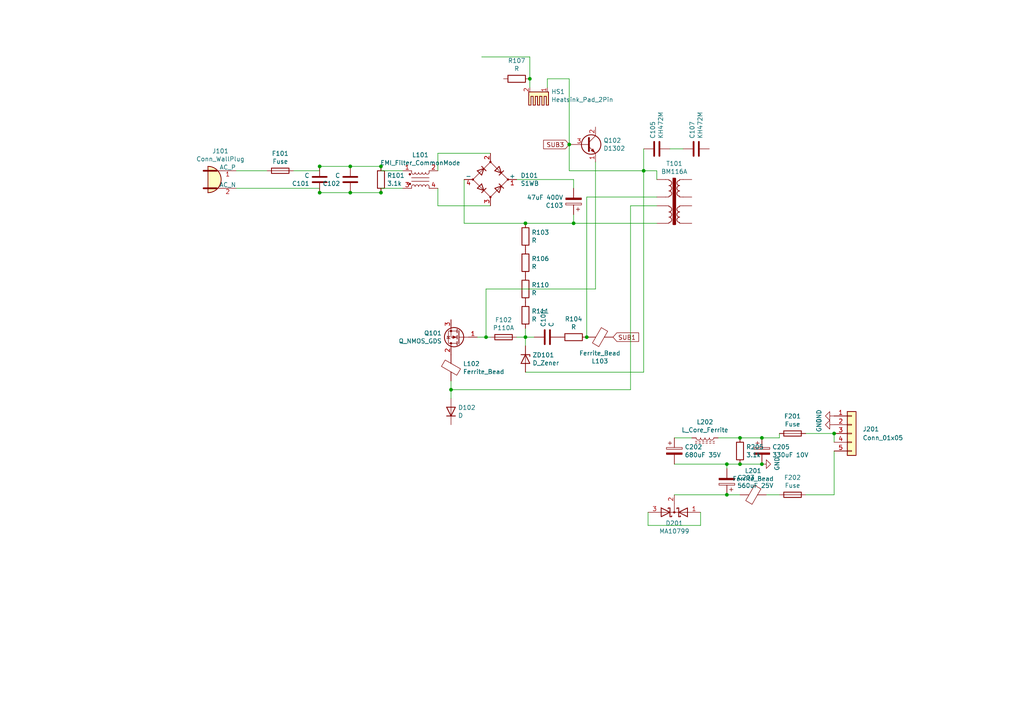
<source format=kicad_sch>
(kicad_sch (version 20230121) (generator eeschema)
  (paper "A4")
  (lib_symbols
    (symbol "Connector:Conn_WallPlug" (pin_names (offset 0))
      (property "Reference" "P" (at -1.27 4.445 0))
      (property "Value" "Conn_WallPlug" (at -5.715 0 90))
      (symbol "Conn_WallPlug_0_1"
        (arc (start -3.175 -3.81) (mid 0.6184 0) (end -3.175 3.81) (stroke (width 0.254)) (fill (type background)))
        (polyline (pts (xy -4.445 -2.54) (xy -0.635 -2.54)) (stroke (width 0.508)))
        (polyline (pts (xy -4.445 2.54) (xy -0.635 2.54)) (stroke (width 0.508)))
        (polyline (pts (xy -3.175 -3.81) (xy -3.175 3.81)) (stroke (width 0.254)))
        (polyline (pts (xy -0.635 -2.54) (xy 2.54 -2.54)))
        (polyline (pts (xy -0.635 2.54) (xy 2.54 2.54)))
      )
      (symbol "Conn_WallPlug_1_1"
        (pin power_out line (at 5.08 2.54 180) (length 5.08) (name "AC_P") (number "1"))
        (pin power_out line (at 5.08 -2.54 180) (length 5.08) (name "AC_N") (number "2"))
      )
    )
    (symbol "Connector_Generic:Conn_01x05" (pin_names (offset 1.016) hide)
      (property "Reference" "J" (at 0 7.62 0))
      (property "Value" "Conn_01x05" (at 0 -7.62 0))
      (symbol "Conn_01x05_1_1"
        (rectangle (start -1.27 -4.953) (end 0 -5.207) (stroke (width 0.1524)))
        (rectangle (start -1.27 -2.413) (end 0 -2.667) (stroke (width 0.1524)))
        (rectangle (start -1.27 0.127) (end 0 -0.127) (stroke (width 0.1524)))
        (rectangle (start -1.27 2.667) (end 0 2.413) (stroke (width 0.1524)))
        (rectangle (start -1.27 5.207) (end 0 4.953) (stroke (width 0.1524)))
        (rectangle (start -1.27 6.35) (end 1.27 -6.35) (stroke (width 0.254)) (fill (type background)))
        (pin passive line (at -5.08 5.08 0) (length 3.81) (name "Pin_1") (number "1"))
        (pin passive line (at -5.08 2.54 0) (length 3.81) (name "Pin_2") (number "2"))
        (pin passive line (at -5.08 0 0) (length 3.81) (name "Pin_3") (number "3"))
        (pin passive line (at -5.08 -2.54 0) (length 3.81) (name "Pin_4") (number "4"))
        (pin passive line (at -5.08 -5.08 0) (length 3.81) (name "Pin_5") (number "5"))
      )
    )
    (symbol "Device:C" (pin_numbers hide) (pin_names (offset 0.254))
      (property "Reference" "C" (at 0.635 2.54 0))
      (property "Value" "C" (at 0.635 -2.54 0))
      (symbol "C_0_1"
        (polyline (pts (xy -2.032 -0.762) (xy 2.032 -0.762)) (stroke (width 0.508)))
        (polyline (pts (xy -2.032 0.762) (xy 2.032 0.762)) (stroke (width 0.508)))
      )
      (symbol "C_1_1"
        (pin passive line (at 0 3.81 270) (length 2.794) (name "~") (number "1"))
        (pin passive line (at 0 -3.81 90) (length 2.794) (name "~") (number "2"))
      )
    )
    (symbol "Device:D" (pin_numbers hide) (pin_names (offset 1.016) hide)
      (property "Reference" "D" (at 0 2.54 0))
      (property "Value" "D" (at 0 -2.54 0))
      (symbol "D_0_1"
        (polyline (pts (xy -1.27 1.27) (xy -1.27 -1.27)) (stroke (width 0.254)))
        (polyline (pts (xy 1.27 0) (xy -1.27 0)))
        (polyline (pts (xy 1.27 1.27) (xy 1.27 -1.27) (xy -1.27 0) (xy 1.27 1.27)) (stroke (width 0.254)))
      )
      (symbol "D_1_1"
        (pin passive line (at -3.81 0 0) (length 2.54) (name "K") (number "1"))
        (pin passive line (at 3.81 0 180) (length 2.54) (name "A") (number "2"))
      )
    )
    (symbol "Device:D_Bridge_+AA-" (pin_names (offset 0))
      (property "Reference" "D" (at 2.54 6.985 0))
      (property "Value" "D_Bridge_+AA-" (at 2.54 5.08 0))
      (symbol "D_Bridge_+AA-_0_1"
        (circle (center -5.08 0) (radius 0.254) (fill (type outline)))
        (circle (center 0 -5.08) (radius 0.254) (fill (type outline)))
        (polyline (pts (xy -2.54 3.81) (xy -1.27 2.54)) (stroke (width 0.254)))
        (polyline (pts (xy -1.27 -2.54) (xy -2.54 -3.81)) (stroke (width 0.254)))
        (polyline (pts (xy 2.54 -1.27) (xy 3.81 -2.54)) (stroke (width 0.254)))
        (polyline (pts (xy 2.54 1.27) (xy 3.81 2.54)) (stroke (width 0.254)))
        (polyline (pts (xy -3.81 2.54) (xy -2.54 1.27) (xy -1.905 3.175) (xy -3.81 2.54)) (stroke (width 0.254)))
        (polyline (pts (xy -2.54 -1.27) (xy -3.81 -2.54) (xy -1.905 -3.175) (xy -2.54 -1.27)) (stroke (width 0.254)))
        (polyline (pts (xy 1.27 2.54) (xy 2.54 3.81) (xy 3.175 1.905) (xy 1.27 2.54)) (stroke (width 0.254)))
        (polyline (pts (xy 3.175 -1.905) (xy 1.27 -2.54) (xy 2.54 -3.81) (xy 3.175 -1.905)) (stroke (width 0.254)))
        (polyline (pts (xy -5.08 0) (xy 0 -5.08) (xy 5.08 0) (xy 0 5.08) (xy -5.08 0)))
        (circle (center 0 5.08) (radius 0.254) (fill (type outline)))
        (circle (center 5.08 0) (radius 0.254) (fill (type outline)))
      )
      (symbol "D_Bridge_+AA-_1_1"
        (pin passive line (at 7.62 0 180) (length 2.54) (name "+") (number "1"))
        (pin passive line (at 0 7.62 270) (length 2.54) (name "~") (number "2"))
        (pin passive line (at 0 -7.62 90) (length 2.54) (name "~") (number "3"))
        (pin passive line (at -7.62 0 0) (length 2.54) (name "-") (number "4"))
      )
    )
    (symbol "Device:D_Zener" (pin_numbers hide) (pin_names (offset 1.016) hide)
      (property "Reference" "D" (at 0 2.54 0))
      (property "Value" "D_Zener" (at 0 -2.54 0))
      (symbol "D_Zener_0_1"
        (polyline (pts (xy 1.27 0) (xy -1.27 0)))
        (polyline (pts (xy -1.27 -1.27) (xy -1.27 1.27) (xy -0.762 1.27)) (stroke (width 0.254)))
        (polyline (pts (xy 1.27 -1.27) (xy 1.27 1.27) (xy -1.27 0) (xy 1.27 -1.27)) (stroke (width 0.254)))
      )
      (symbol "D_Zener_1_1"
        (pin passive line (at -3.81 0 0) (length 2.54) (name "K") (number "1"))
        (pin passive line (at 3.81 0 180) (length 2.54) (name "A") (number "2"))
      )
    )
    (symbol "Device:Fuse" (pin_numbers hide) (pin_names (offset 0))
      (property "Reference" "F" (at 2.032 0 90))
      (property "Value" "Fuse" (at -1.905 0 90))
      (symbol "Fuse_0_1"
        (rectangle (start -0.762 -2.54) (end 0.762 2.54) (stroke (width 0.254)))
        (polyline (pts (xy 0 2.54) (xy 0 -2.54)))
      )
      (symbol "Fuse_1_1"
        (pin passive line (at 0 3.81 270) (length 1.27) (name "~") (number "1"))
        (pin passive line (at 0 -3.81 90) (length 1.27) (name "~") (number "2"))
      )
    )
    (symbol "Device:Q_NMOS_GDS" (pin_names (offset 0) hide)
      (property "Reference" "Q" (at 5.08 1.27 0))
      (property "Value" "Q_NMOS_GDS" (at 5.08 -1.27 0))
      (symbol "Q_NMOS_GDS_0_1"
        (polyline (pts (xy 0.254 0) (xy -2.54 0)))
        (polyline (pts (xy 0.254 1.905) (xy 0.254 -1.905)) (stroke (width 0.254)))
        (polyline (pts (xy 0.762 -1.27) (xy 0.762 -2.286)) (stroke (width 0.254)))
        (polyline (pts (xy 0.762 0.508) (xy 0.762 -0.508)) (stroke (width 0.254)))
        (polyline (pts (xy 0.762 2.286) (xy 0.762 1.27)) (stroke (width 0.254)))
        (polyline (pts (xy 2.54 2.54) (xy 2.54 1.778)))
        (polyline (pts (xy 2.54 -2.54) (xy 2.54 0) (xy 0.762 0)))
        (polyline (pts (xy 0.762 -1.778) (xy 3.302 -1.778) (xy 3.302 1.778) (xy 0.762 1.778)))
        (polyline (pts (xy 1.016 0) (xy 2.032 0.381) (xy 2.032 -0.381) (xy 1.016 0)) (fill (type outline)))
        (polyline (pts (xy 2.794 0.508) (xy 2.921 0.381) (xy 3.683 0.381) (xy 3.81 0.254)))
        (polyline (pts (xy 3.302 0.381) (xy 2.921 -0.254) (xy 3.683 -0.254) (xy 3.302 0.381)))
        (circle (center 1.651 0) (radius 2.794) (stroke (width 0.254)))
        (circle (center 2.54 -1.778) (radius 0.254) (fill (type outline)))
        (circle (center 2.54 1.778) (radius 0.254) (fill (type outline)))
      )
      (symbol "Q_NMOS_GDS_1_1"
        (pin input line (at -5.08 0 0) (length 2.54) (name "G") (number "1"))
        (pin passive line (at 2.54 5.08 270) (length 2.54) (name "D") (number "2"))
        (pin passive line (at 2.54 -5.08 90) (length 2.54) (name "S") (number "3"))
      )
    )
    (symbol "Device:Q_NPN_ECB" (pin_names (offset 0) hide)
      (property "Reference" "Q" (at 5.08 1.27 0))
      (property "Value" "Q_NPN_ECB" (at 5.08 -1.27 0))
      (symbol "Q_NPN_ECB_0_1"
        (polyline (pts (xy 0.635 0.635) (xy 2.54 2.54)))
        (polyline (pts (xy 0.635 -0.635) (xy 2.54 -2.54) (xy 2.54 -2.54)))
        (polyline (pts (xy 0.635 1.905) (xy 0.635 -1.905) (xy 0.635 -1.905)) (stroke (width 0.508)))
        (polyline (pts (xy 1.27 -1.778) (xy 1.778 -1.27) (xy 2.286 -2.286) (xy 1.27 -1.778) (xy 1.27 -1.778)) (fill (type outline)))
        (circle (center 1.27 0) (radius 2.8194) (stroke (width 0.254)))
      )
      (symbol "Q_NPN_ECB_1_1"
        (pin passive line (at 2.54 -5.08 90) (length 2.54) (name "E") (number "1"))
        (pin passive line (at 2.54 5.08 270) (length 2.54) (name "C") (number "2"))
        (pin passive line (at -5.08 0 0) (length 5.715) (name "B") (number "3"))
      )
    )
    (symbol "Device:R" (pin_numbers hide) (pin_names (offset 0))
      (property "Reference" "R" (at 2.032 0 90))
      (property "Value" "R" (at 0 0 90))
      (symbol "R_0_1"
        (rectangle (start -1.016 -2.54) (end 1.016 2.54) (stroke (width 0.254)))
      )
      (symbol "R_1_1"
        (pin passive line (at 0 3.81 270) (length 1.27) (name "~") (number "1"))
        (pin passive line (at 0 -3.81 90) (length 1.27) (name "~") (number "2"))
      )
    )
    (symbol "Mechanical:Heatsink_Pad_2Pin" (pin_names (offset 0))
      (property "Reference" "HS" (at 0 5.715 0))
      (property "Value" "Heatsink_Pad_2Pin" (at 0 3.81 0))
      (symbol "Heatsink_Pad_2Pin_0_1"
        (polyline (pts (xy -0.3302 0) (xy -0.9652 0) (xy -0.9652 2.54) (xy -1.6002 2.54) (xy -1.6002 0) (xy -2.2352 0) (xy -2.2352 2.54) (xy -2.8702 2.54) (xy -2.8702 -1.27) (xy -0.9652 -1.27)) (stroke (width 0.254)) (fill (type background)))
        (polyline (pts (xy -0.3302 0) (xy -0.3302 2.54) (xy 0.3048 2.54) (xy 0.3048 0) (xy 0.9398 0) (xy 0.9398 2.54) (xy 1.5748 2.54) (xy 1.5748 0) (xy 2.2098 0) (xy 2.2098 2.54) (xy 2.8448 2.54) (xy 2.8448 -1.27) (xy -0.9652 -1.27)) (stroke (width 0.254)) (fill (type background)))
      )
      (symbol "Heatsink_Pad_2Pin_1_1"
        (pin passive line (at -2.54 -2.54 90) (length 1.27) (name "~") (number "1"))
        (pin passive line (at 2.54 -2.54 90) (length 1.27) (name "~") (number "2"))
      )
    )
    (symbol "Transformer:TRANSF6" (pin_numbers hide) (pin_names (offset 0))
      (property "Reference" "TR" (at 0 10.16 0))
      (property "Value" "TRANSF6" (at 0 -7.62 0))
      (symbol "TRANSF6_0_1"
        (arc (start -1.524 -4.826) (mid -0.7653 -4.064) (end -1.524 -3.302) (stroke (width 0.2032)))
        (arc (start -1.524 -3.302) (mid -0.7653 -2.54) (end -1.524 -1.778) (stroke (width 0.2032)))
        (arc (start -1.524 -1.778) (mid -0.7653 -1.016) (end -1.524 -0.254) (stroke (width 0.2032)))
        (arc (start -1.524 2.794) (mid -0.7653 3.556) (end -1.524 4.318) (stroke (width 0.2032)))
        (arc (start -1.524 4.318) (mid -0.7653 5.08) (end -1.524 5.842) (stroke (width 0.2032)))
        (arc (start -1.524 5.842) (mid -0.7653 6.604) (end -1.524 7.366) (stroke (width 0.2032)))
        (rectangle (start -0.254 7.874) (end 0.254 -5.334) (stroke (width 0.508)) (fill (type outline)))
        (polyline (pts (xy 1.524 -4.826) (xy 1.524 -5.08) (xy 1.524 -5.08)) (fill (type outline)))
        (polyline (pts (xy 1.524 0) (xy 1.524 -0.254) (xy 1.524 -0.254)) (fill (type outline)))
        (polyline (pts (xy 1.524 0) (xy 2.54 0) (xy 2.54 0)))
        (polyline (pts (xy 1.524 2.54) (xy 1.524 2.794) (xy 1.524 2.794)) (fill (type outline)))
        (polyline (pts (xy 1.524 2.54) (xy 2.54 2.54) (xy 2.54 2.54)))
        (polyline (pts (xy 1.524 7.62) (xy 1.524 7.366) (xy 1.524 7.366)) (fill (type outline)))
        (polyline (pts (xy 1.524 7.62) (xy 2.54 7.62) (xy 2.54 7.62)))
        (polyline (pts (xy 2.54 -5.08) (xy 1.524 -5.08) (xy 1.524 -5.08)))
        (polyline (pts (xy -1.524 -4.826) (xy -1.524 -5.08) (xy -2.54 -5.08) (xy -2.54 -5.08)))
        (polyline (pts (xy -1.524 -0.254) (xy -1.524 0) (xy -2.54 0) (xy -2.54 0)))
        (polyline (pts (xy -1.524 2.794) (xy -1.524 2.54) (xy -2.54 2.54) (xy -2.54 2.54)))
        (polyline (pts (xy -1.524 7.366) (xy -1.524 7.62) (xy -2.54 7.62) (xy -2.54 7.62)))
        (arc (start 1.524 -3.302) (mid 0.7653 -4.064) (end 1.524 -4.826) (stroke (width 0.2032)))
        (arc (start 1.524 -1.778) (mid 0.7653 -2.54) (end 1.524 -3.302) (stroke (width 0.2032)))
        (arc (start 1.524 -0.254) (mid 0.7653 -1.016) (end 1.524 -1.778) (stroke (width 0.2032)))
        (arc (start 1.524 4.318) (mid 0.7653 3.556) (end 1.524 2.794) (stroke (width 0.2032)))
        (arc (start 1.524 5.842) (mid 0.7653 5.08) (end 1.524 4.318) (stroke (width 0.2032)))
        (arc (start 1.524 7.366) (mid 0.7653 6.604) (end 1.524 5.842) (stroke (width 0.2032)))
      )
      (symbol "TRANSF6_1_1"
        (pin passive line (at -5.08 7.62 0) (length 2.54) (name "~") (number "1"))
        (pin passive line (at -5.08 2.54 0) (length 2.54) (name "~") (number "2"))
        (pin passive line (at -5.08 0 0) (length 2.54) (name "~") (number "3"))
        (pin passive line (at -5.08 -5.08 0) (length 2.54) (name "~") (number "4"))
        (pin passive line (at 5.08 -5.08 180) (length 2.54) (name "~") (number "5"))
        (pin passive line (at 5.08 0 180) (length 2.54) (name "~") (number "6"))
        (pin passive line (at 5.08 2.54 180) (length 2.54) (name "~") (number "7"))
        (pin passive line (at 5.08 7.62 180) (length 2.54) (name "~") (number "8"))
      )
    )
    (symbol "nus-002-rescue:CP-Device" (pin_numbers hide) (pin_names (offset 0.254))
      (property "Reference" "C" (at 0.635 2.54 0))
      (property "Value" "Device_CP" (at 0.635 -2.54 0))
      (symbol "CP-Device_0_1"
        (rectangle (start -2.286 0.508) (end 2.286 1.016))
        (polyline (pts (xy -1.778 2.286) (xy -0.762 2.286)))
        (polyline (pts (xy -1.27 2.794) (xy -1.27 1.778)))
        (rectangle (start 2.286 -0.508) (end -2.286 -1.016) (fill (type outline)))
      )
      (symbol "CP-Device_1_1"
        (pin passive line (at 0 3.81 270) (length 2.794) (name "~") (number "1"))
        (pin passive line (at 0 -3.81 90) (length 2.794) (name "~") (number "2"))
      )
    )
    (symbol "nus-002-rescue:D_Schottky_x2_KCom_AKA-Device" (pin_names (offset 0.762) hide)
      (property "Reference" "D" (at 1.27 -2.54 0))
      (property "Value" "Device_D_Schottky_x2_KCom_AKA" (at 0 2.54 0))
      (symbol "D_Schottky_x2_KCom_AKA-Device_0_1"
        (polyline (pts (xy 0 0) (xy 0 -2.54)))
        (polyline (pts (xy 3.81 0) (xy -3.81 0)))
        (polyline (pts (xy -1.27 -1.27) (xy -1.27 1.27) (xy -1.27 1.27)) (stroke (width 0.254)))
        (polyline (pts (xy 1.27 -1.27) (xy 1.27 1.27) (xy 1.27 1.27)) (stroke (width 0.254)))
        (polyline (pts (xy -1.27 -1.27) (xy -0.762 -1.27) (xy -0.762 -1.016) (xy -0.762 -1.016)) (stroke (width 0.254)))
        (polyline (pts (xy 1.27 -1.27) (xy 1.778 -1.27) (xy 1.778 -1.016) (xy 1.778 -1.016)) (stroke (width 0.254)))
        (polyline (pts (xy 1.27 1.27) (xy 0.762 1.27) (xy 0.762 1.016) (xy 0.762 1.016)) (stroke (width 0.254)))
        (polyline (pts (xy -1.778 1.016) (xy -1.778 1.27) (xy -1.27 1.27) (xy -1.27 1.27) (xy -1.27 1.27)) (stroke (width 0.254)))
        (polyline (pts (xy -3.81 1.27) (xy -1.27 0) (xy -3.81 -1.27) (xy -3.81 1.27) (xy -3.81 1.27) (xy -3.81 1.27)) (stroke (width 0.254)))
        (polyline (pts (xy 3.81 -1.27) (xy 1.27 0) (xy 3.81 1.27) (xy 3.81 -1.27) (xy 3.81 -1.27) (xy 3.81 -1.27)) (stroke (width 0.254)))
        (circle (center 0 0) (radius 0.254) (fill (type outline)))
        (pin passive line (at -7.62 0 0) (length 3.81) (name "A") (number "1"))
        (pin passive line (at 0 -5.08 90) (length 2.54) (name "K") (number "2"))
        (pin passive line (at 7.62 0 180) (length 3.81) (name "A") (number "3"))
      )
    )
    (symbol "nus-002-rescue:EMI_Filter_CommonMode-Device" (pin_names (offset 0.254) hide)
      (property "Reference" "FL" (at 0 4.445 0))
      (property "Value" "Device_EMI_Filter_CommonMode" (at 0 -4.445 0))
      (symbol "EMI_Filter_CommonMode-Device_0_1"
        (circle (center -3.048 -1.27) (radius 0.254) (fill (type outline)))
        (circle (center -3.048 1.524) (radius 0.254) (fill (type outline)))
        (arc (start -2.54 2.032) (mid -2.032 1.5262) (end -1.524 2.032))
        (arc (start -1.524 -2.032) (mid -2.032 -1.5262) (end -2.54 -2.032))
        (arc (start -1.524 2.032) (mid -1.016 1.5262) (end -0.508 2.032))
        (arc (start -0.508 -2.032) (mid -1.016 -1.5262) (end -1.524 -2.032))
        (arc (start -0.508 2.032) (mid 0 1.5262) (end 0.508 2.032))
        (polyline (pts (xy -2.54 -2.032) (xy -2.54 -2.54)))
        (polyline (pts (xy -2.54 0.508) (xy 2.54 0.508)))
        (polyline (pts (xy -2.54 2.032) (xy -2.54 2.54)))
        (polyline (pts (xy 2.54 -2.032) (xy 2.54 -2.54)))
        (polyline (pts (xy 2.54 -0.508) (xy -2.54 -0.508)))
        (polyline (pts (xy 2.54 2.54) (xy 2.54 2.032)))
        (arc (start 0.508 -2.032) (mid 0 -1.5262) (end -0.508 -2.032))
        (arc (start 0.508 2.032) (mid 1.016 1.5262) (end 1.524 2.032))
        (arc (start 1.524 -2.032) (mid 1.016 -1.5262) (end 0.508 -2.032))
        (arc (start 1.524 2.032) (mid 2.032 1.5262) (end 2.54 2.032))
        (arc (start 2.54 -2.032) (mid 2.032 -1.5262) (end 1.524 -2.032))
      )
      (symbol "EMI_Filter_CommonMode-Device_1_1"
        (pin passive line (at -5.08 2.54 0) (length 2.54) (name "1") (number "1"))
        (pin passive line (at 5.08 2.54 180) (length 2.54) (name "2") (number "2"))
        (pin passive line (at -5.08 -2.54 0) (length 2.54) (name "3") (number "3"))
        (pin passive line (at 5.08 -2.54 180) (length 2.54) (name "4") (number "4"))
      )
    )
    (symbol "nus-002-rescue:Ferrite_Bead-Device" (pin_numbers hide) (pin_names (offset 0))
      (property "Reference" "FB" (at -3.81 0.635 90))
      (property "Value" "Device_Ferrite_Bead" (at 3.81 0 90))
      (symbol "Ferrite_Bead-Device_0_1"
        (polyline (pts (xy 0 -1.27) (xy 0 -1.2192)))
        (polyline (pts (xy 0 1.27) (xy 0 1.2954)))
        (polyline (pts (xy -2.7686 0.4064) (xy -1.7018 2.2606) (xy 2.7686 -0.3048) (xy 1.6764 -2.159) (xy -2.7686 0.4064)))
      )
      (symbol "Ferrite_Bead-Device_1_1"
        (pin passive line (at 0 3.81 270) (length 2.54) (name "~") (number "1"))
        (pin passive line (at 0 -3.81 90) (length 2.54) (name "~") (number "2"))
      )
    )
    (symbol "nus-002-rescue:L_Core_Ferrite-Device" (pin_numbers hide) (pin_names (offset 1.016) hide)
      (property "Reference" "L" (at -1.27 0 90))
      (property "Value" "Device_L_Core_Ferrite" (at 2.794 0 90))
      (symbol "L_Core_Ferrite-Device_0_1"
        (arc (start 0 -2.54) (mid 0.6323 -1.905) (end 0 -1.27))
        (arc (start 0 -1.27) (mid 0.6323 -0.635) (end 0 0))
        (polyline (pts (xy 1.016 -2.794) (xy 1.016 -2.286)))
        (polyline (pts (xy 1.016 -1.778) (xy 1.016 -1.27)))
        (polyline (pts (xy 1.016 -0.762) (xy 1.016 -0.254)))
        (polyline (pts (xy 1.016 0.254) (xy 1.016 0.762)))
        (polyline (pts (xy 1.016 1.27) (xy 1.016 1.778)))
        (polyline (pts (xy 1.016 2.286) (xy 1.016 2.794)))
        (polyline (pts (xy 1.524 -2.286) (xy 1.524 -2.794)))
        (polyline (pts (xy 1.524 -1.27) (xy 1.524 -1.778)))
        (polyline (pts (xy 1.524 -0.254) (xy 1.524 -0.762)))
        (polyline (pts (xy 1.524 0.762) (xy 1.524 0.254)))
        (polyline (pts (xy 1.524 1.778) (xy 1.524 1.27)))
        (polyline (pts (xy 1.524 2.794) (xy 1.524 2.286)))
        (arc (start 0 0) (mid 0.6323 0.635) (end 0 1.27))
        (arc (start 0 1.27) (mid 0.6323 1.905) (end 0 2.54))
      )
      (symbol "L_Core_Ferrite-Device_1_1"
        (pin passive line (at 0 3.81 270) (length 1.27) (name "1") (number "1"))
        (pin passive line (at 0 -3.81 90) (length 1.27) (name "2") (number "2"))
      )
    )
    (symbol "power:GND" (power) (pin_names (offset 0))
      (property "Value" "GND" (at 0 -3.81 0))
      (symbol "GND_0_1"
        (polyline (pts (xy 0 0) (xy 0 -1.27) (xy 1.27 -1.27) (xy 0 -2.54) (xy -1.27 -1.27) (xy 0 -1.27)))
      )
      (symbol "GND_1_1"
        (pin power_in line (at 0 0 270) (length 0) hide (name "GND") (number "1"))
      )
    )
  )
  (junction (at 140.97 97.79))
  (junction (at 166.37 64.77))
  (junction (at 210.82 143.51))
  (junction (at 110.49 48.26))
  (junction (at 220.98 127))
  (junction (at 101.6 55.88))
  (junction (at 152.4 64.77))
  (junction (at 241.935 125.73))
  (junction (at 170.18 97.79))
  (junction (at 92.71 48.26))
  (junction (at 153.67 22.86))
  (junction (at 101.6 48.26))
  (junction (at 210.82 134.62))
  (junction (at 130.81 113.03))
  (junction (at 152.4 97.79))
  (junction (at 220.98 134.62))
  (junction (at 214.63 134.62))
  (junction (at 92.71 55.88))
  (junction (at 110.49 55.88))
  (junction (at 214.63 127))
  (junction (at 165.1 41.91))
  (junction (at 186.69 49.53))
  (wire (pts (xy 170.18 57.15) (xy 190.5 57.15)))
  (wire (pts (xy 127 59.69) (xy 127 54.61)))
  (wire (pts (xy 166.37 64.77) (xy 166.37 62.23)))
  (wire (pts (xy 149.86 52.07) (xy 166.37 52.07)))
  (wire (pts (xy 172.72 83.82) (xy 172.72 46.99)))
  (wire (pts (xy 187.96 152.4) (xy 187.96 148.59)))
  (wire (pts (xy 186.69 107.95) (xy 186.69 49.53)))
  (wire (pts (xy 152.4 97.79) (xy 152.4 95.25)))
  (wire (pts (xy 233.68 125.73) (xy 241.935 125.73)))
  (wire (pts (xy 165.1 49.53) (xy 186.69 49.53)))
  (wire (pts (xy 68.58 49.53) (xy 77.47 49.53)))
  (wire (pts (xy 101.6 55.88) (xy 110.49 55.88)))
  (wire (pts (xy 134.62 52.07) (xy 134.62 64.77)))
  (wire (pts (xy 195.58 134.62) (xy 210.82 134.62)))
  (wire (pts (xy 149.86 97.79) (xy 152.4 97.79)))
  (wire (pts (xy 127 49.53) (xy 127 44.45)))
  (wire (pts (xy 110.49 54.61) (xy 110.49 55.88)))
  (wire (pts (xy 203.2 152.4) (xy 187.96 152.4)))
  (wire (pts (xy 154.94 97.79) (xy 152.4 97.79)))
  (wire (pts (xy 127 44.45) (xy 142.24 44.45)))
  (wire (pts (xy 158.75 22.86) (xy 158.75 25.4)))
  (wire (pts (xy 92.71 48.26) (xy 101.6 48.26)))
  (wire (pts (xy 152.4 107.95) (xy 186.69 107.95)))
  (wire (pts (xy 182.88 113.03) (xy 182.88 59.69)))
  (wire (pts (xy 208.28 127) (xy 214.63 127)))
  (wire (pts (xy 68.58 54.61) (xy 92.71 54.61)))
  (wire (pts (xy 241.935 125.73) (xy 241.935 128.27)))
  (wire (pts (xy 195.58 127) (xy 200.66 127)))
  (wire (pts (xy 210.82 135.89) (xy 210.82 134.62)))
  (wire (pts (xy 130.81 110.49) (xy 130.81 113.03)))
  (wire (pts (xy 214.63 127) (xy 220.98 127)))
  (wire (pts (xy 140.97 83.82) (xy 172.72 83.82)))
  (wire (pts (xy 142.24 97.79) (xy 140.97 97.79)))
  (wire (pts (xy 152.4 64.77) (xy 166.37 64.77)))
  (wire (pts (xy 92.71 55.88) (xy 101.6 55.88)))
  (wire (pts (xy 166.37 54.61) (xy 166.37 52.07)))
  (wire (pts (xy 134.62 64.77) (xy 152.4 64.77)))
  (wire (pts (xy 101.6 48.26) (xy 110.49 48.26)))
  (wire (pts (xy 116.84 49.53) (xy 110.49 49.53)))
  (wire (pts (xy 92.71 54.61) (xy 92.71 55.88)))
  (wire (pts (xy 92.71 49.53) (xy 92.71 48.26)))
  (wire (pts (xy 153.67 22.86) (xy 153.67 16.51)))
  (wire (pts (xy 203.2 148.59) (xy 203.2 152.4)))
  (wire (pts (xy 186.69 49.53) (xy 186.69 43.18)))
  (wire (pts (xy 165.1 41.91) (xy 165.1 49.53)))
  (wire (pts (xy 166.37 64.77) (xy 190.5 64.77)))
  (wire (pts (xy 110.49 49.53) (xy 110.49 48.26)))
  (wire (pts (xy 233.68 143.51) (xy 241.935 143.51)))
  (wire (pts (xy 241.935 130.81) (xy 241.935 143.51)))
  (wire (pts (xy 198.12 43.18) (xy 194.31 43.18)))
  (wire (pts (xy 140.97 97.79) (xy 140.97 83.82)))
  (wire (pts (xy 130.81 113.03) (xy 130.81 115.57)))
  (wire (pts (xy 165.1 22.86) (xy 165.1 41.91)))
  (wire (pts (xy 116.84 54.61) (xy 110.49 54.61)))
  (wire (pts (xy 226.06 125.73) (xy 226.06 127)))
  (wire (pts (xy 142.24 59.69) (xy 127 59.69)))
  (wire (pts (xy 195.58 143.51) (xy 210.82 143.51)))
  (wire (pts (xy 158.75 22.86) (xy 165.1 22.86)))
  (wire (pts (xy 186.69 49.53) (xy 190.5 49.53)))
  (wire (pts (xy 182.88 113.03) (xy 130.81 113.03)))
  (wire (pts (xy 170.18 97.79) (xy 170.18 57.15)))
  (wire (pts (xy 182.88 59.69) (xy 190.5 59.69)))
  (wire (pts (xy 152.4 100.33) (xy 152.4 97.79)))
  (wire (pts (xy 190.5 49.53) (xy 190.5 52.07)))
  (wire (pts (xy 214.63 143.51) (xy 210.82 143.51)))
  (wire (pts (xy 214.63 134.62) (xy 220.98 134.62)))
  (wire (pts (xy 140.97 97.79) (xy 138.43 97.79)))
  (wire (pts (xy 210.82 134.62) (xy 214.63 134.62)))
  (wire (pts (xy 226.06 127) (xy 220.98 127)))
  (wire (pts (xy 153.67 25.4) (xy 153.67 22.86)))
  (wire (pts (xy 153.67 16.51) (xy 139.7 16.51)))
  (wire (pts (xy 226.06 143.51) (xy 222.25 143.51)))
  (wire (pts (xy 85.09 49.53) (xy 92.71 49.53)))
  (global_label "SUB1" (shape input) (at 177.8 97.79 0) (property "Intersheetrefs" "${INTERSHEET_REFS}" (effects hide)))
  (global_label "SUB3" (shape input) (at 165.1 41.91 180) (property "Intersheetrefs" "${INTERSHEET_REFS}" (effects hide)))
  (symbol (lib_id "Connector:Conn_WallPlug") (at 63.5 52.07 0) (unit 1)
    (property "Reference" "J101" (at 63.9318 43.815 0))
    (property "Value" "Conn_WallPlug" (at 63.9318 46.1264 0))
    (property "Footprint" "Connector_JST:JST_VH_B2P3-VH_1x02_P7.92mm_Vertical" (effects hide))
  )
  (symbol (lib_id "Device:Fuse") (at 81.28 49.53 270) (unit 1)
    (property "Reference" "F101" (at 81.28 44.5262 90))
    (property "Value" "Fuse" (at 81.28 46.8376 90))
    (property "Footprint" "Inductor_THT:L_Radial_D7.5mm_P3.50mm_Fastron_07P" (effects hide))
  )
  (symbol (lib_id "Device:C") (at 92.71 52.07 180) (unit 1)
    (property "Reference" "C101" (at 89.789 53.2384 0) (effects (justify left)))
    (property "Value" "C" (at 89.789 50.927 0) (effects (justify left)))
    (property "Footprint" "Capacitor_THT:C_Rect_L16.5mm_W5.0mm_P15.00mm_MKT" (effects hide))
  )
  (symbol (lib_id "Device:C") (at 101.6 52.07 180) (unit 1)
    (property "Reference" "C102" (at 98.679 53.2384 0) (effects (justify left)))
    (property "Value" "C" (at 98.679 50.927 0) (effects (justify left)))
    (property "Footprint" "Capacitor_THT:C_Disc_D9.0mm_W5.0mm_P7.50mm" (effects hide))
  )
  (symbol (lib_id "nus-002-rescue:EMI_Filter_CommonMode-Device") (at 121.92 52.07 0) (unit 1)
    (property "Reference" "L101" (at 121.92 44.9326 0))
    (property "Value" "EMI_Filter_CommonMode" (at 121.92 47.244 0))
    (property "Footprint" "Inductor_THT:Choke_Schaffner_RN102-04-14.0x14.0mm" (effects hide))
  )
  (symbol (lib_id "Device:R") (at 110.49 52.07 0) (unit 1)
    (property "Reference" "R101" (at 112.268 50.9016 0) (effects (justify left)))
    (property "Value" "3.1k" (at 112.268 53.213 0) (effects (justify left)))
    (property "Footprint" "Resistor_THT:R_Axial_DIN0207_L6.3mm_D2.5mm_P10.16mm_Horizontal" (effects hide))
  )
  (symbol (lib_id "Device:D_Bridge_+AA-") (at 142.24 52.07 0) (unit 1)
    (property "Reference" "D101" (at 150.9776 50.9016 0) (effects (justify left)))
    (property "Value" "S1WB" (at 150.9776 53.213 0) (effects (justify left)))
    (property "Footprint" "Diode_THT:Diode_Bridge_DIP-4_W7.62mm_P5.08mm" (effects hide))
  )
  (symbol (lib_id "nus-002-rescue:CP-Device") (at 166.37 58.42 180) (unit 1)
    (property "Reference" "C103" (at 163.3728 59.5884 0) (effects (justify left)))
    (property "Value" "47uF 400V" (at 163.3728 57.277 0) (effects (justify left)))
    (property "Footprint" "Capacitor_THT:CP_Radial_D14.0mm_P7.50mm" (effects hide))
  )
  (symbol (lib_id "Device:Fuse") (at 229.87 125.73 270) (unit 1)
    (property "Reference" "F201" (at 229.87 120.7262 90))
    (property "Value" "Fuse" (at 229.87 123.0376 90))
    (property "Footprint" "Resistor_THT:R_Axial_DIN0207_L6.3mm_D2.5mm_P10.16mm_Horizontal" (effects hide))
  )
  (symbol (lib_id "Device:Fuse") (at 229.87 143.51 270) (unit 1)
    (property "Reference" "F202" (at 229.87 138.5062 90))
    (property "Value" "Fuse" (at 229.87 140.8176 90))
    (property "Footprint" "Resistor_THT:R_Axial_DIN0207_L6.3mm_D2.5mm_P10.16mm_Horizontal" (effects hide))
  )
  (symbol (lib_id "nus-002-rescue:CP-Device") (at 220.98 130.81 0) (unit 1)
    (property "Reference" "C205" (at 223.9772 129.6416 0) (effects (justify left)))
    (property "Value" "330uF 10V" (at 223.9772 131.953 0) (effects (justify left)))
    (property "Footprint" "Capacitor_THT:C_Radial_D6.3mm_H5.0mm_P2.50mm" (effects hide))
  )
  (symbol (lib_id "Device:R") (at 214.63 130.81 0) (unit 1)
    (property "Reference" "R205" (at 216.408 129.6416 0) (effects (justify left)))
    (property "Value" "3.1k" (at 216.408 131.953 0) (effects (justify left)))
    (property "Footprint" "Resistor_THT:R_Axial_DIN0204_L3.6mm_D1.6mm_P5.08mm_Horizontal" (effects hide))
  )
  (symbol (lib_id "nus-002-rescue:Ferrite_Bead-Device") (at 218.44 143.51 270) (unit 1)
    (property "Reference" "L201" (at 218.44 136.5504 90))
    (property "Value" "Ferrite_Bead" (at 218.44 138.8618 90))
    (property "Footprint" "Ferrite_THT:LairdTech_28C0236-0JW-10" (effects hide))
  )
  (symbol (lib_id "nus-002-rescue:CP-Device") (at 210.82 139.7 180) (unit 1)
    (property "Reference" "C203" (at 213.8172 138.5316 0) (effects (justify right)))
    (property "Value" "560uF 25V" (at 213.8172 140.843 0) (effects (justify right)))
    (property "Footprint" "Capacitor_THT:CP_Radial_D8.0mm_P5.00mm" (effects hide))
  )
  (symbol (lib_id "power:GND") (at 220.98 134.62 90) (unit 1)
    (property "Reference" "#PWR0101" (effects hide))
    (property "Value" "GND" (at 225.3742 134.493 0))
  )
  (symbol (lib_id "nus-002-rescue:L_Core_Ferrite-Device") (at 204.47 127 270) (unit 1)
    (property "Reference" "L202" (at 204.47 122.4026 90))
    (property "Value" "L_Core_Ferrite" (at 204.47 124.714 90))
    (property "Footprint" "Inductor_THT:L_Radial_D6.0mm_P4.00mm" (effects hide))
  )
  (symbol (lib_id "nus-002-rescue:CP-Device") (at 195.58 130.81 0) (unit 1)
    (property "Reference" "C202" (at 198.5772 129.6416 0) (effects (justify left)))
    (property "Value" "680uF 35V" (at 198.5772 131.953 0) (effects (justify left)))
    (property "Footprint" "Capacitor_THT:CP_Radial_D12.5mm_P5.00mm" (effects hide))
  )
  (symbol (lib_id "nus-002-rescue:D_Schottky_x2_KCom_AKA-Device") (at 195.58 148.59 180) (unit 1)
    (property "Reference" "D201" (at 195.58 151.765 0))
    (property "Value" "MA10799" (at 195.58 154.0764 0))
    (property "Footprint" "Package_TO_SOT_THT:TO-220-3_Vertical" (effects hide))
  )
  (symbol (lib_id "Device:C") (at 190.5 43.18 90) (unit 1)
    (property "Reference" "C105" (at 189.3316 40.259 0) (effects (justify left)))
    (property "Value" "KH472M" (at 191.643 40.259 0) (effects (justify left)))
    (property "Footprint" "Capacitor_THT:C_Disc_D9.0mm_W5.0mm_P7.50mm" (effects hide))
  )
  (symbol (lib_id "Device:C") (at 201.93 43.18 90) (unit 1)
    (property "Reference" "C107" (at 200.7616 40.259 0) (effects (justify left)))
    (property "Value" "KH472M" (at 203.073 40.259 0) (effects (justify left)))
  )
  (symbol (lib_id "Transformer:TRANSF6") (at 195.58 59.69 0) (unit 1)
    (property "Reference" "T101" (at 195.58 47.4472 0))
    (property "Value" "BM116A" (at 195.58 49.7586 0))
    (property "Footprint" "Transformer_THT:Transformer_Coilcraft_Q4434-B_Rhombus-T1311" (effects hide))
  )
  (symbol (lib_id "Device:R") (at 152.4 68.58 0) (unit 1)
    (property "Reference" "R103" (at 154.178 67.4116 0) (effects (justify left)))
    (property "Value" "R" (at 154.178 69.723 0) (effects (justify left)))
    (property "Footprint" "Resistor_THT:R_Axial_DIN0204_L3.6mm_D1.6mm_P5.08mm_Horizontal" (effects hide))
  )
  (symbol (lib_id "Device:R") (at 152.4 76.2 0) (unit 1)
    (property "Reference" "R106" (at 154.178 75.0316 0) (effects (justify left)))
    (property "Value" "R" (at 154.178 77.343 0) (effects (justify left)))
    (property "Footprint" "Resistor_THT:R_Axial_DIN0204_L3.6mm_D1.6mm_P5.08mm_Horizontal" (effects hide))
  )
  (symbol (lib_id "Device:R") (at 152.4 83.82 0) (unit 1)
    (property "Reference" "R110" (at 154.178 82.6516 0) (effects (justify left)))
    (property "Value" "R" (at 154.178 84.963 0) (effects (justify left)))
    (property "Footprint" "Resistor_THT:R_Axial_DIN0204_L3.6mm_D1.6mm_P5.08mm_Horizontal" (effects hide))
  )
  (symbol (lib_id "Mechanical:Heatsink_Pad_2Pin") (at 156.21 27.94 180) (unit 1)
    (property "Reference" "HS1" (at 159.8676 26.5938 0) (effects (justify right)))
    (property "Value" "Heatsink_Pad_2Pin" (at 159.8676 28.9052 0) (effects (justify right)))
  )
  (symbol (lib_id "Device:Fuse") (at 146.05 97.79 270) (unit 1)
    (property "Reference" "F102" (at 146.05 92.7862 90))
    (property "Value" "P110A" (at 146.05 95.0976 90))
  )
  (symbol (lib_id "Device:R") (at 152.4 91.44 0) (unit 1)
    (property "Reference" "R111" (at 154.178 90.2716 0) (effects (justify left)))
    (property "Value" "R" (at 154.178 92.583 0) (effects (justify left)))
    (property "Footprint" "Resistor_THT:R_Axial_DIN0204_L3.6mm_D1.6mm_P5.08mm_Horizontal" (effects hide))
  )
  (symbol (lib_id "Device:R") (at 149.86 22.86 270) (unit 1)
    (property "Reference" "R107" (at 149.86 17.6022 90))
    (property "Value" "R" (at 149.86 19.9136 90))
    (property "Footprint" "Resistor_THT:R_Axial_DIN0204_L3.6mm_D1.6mm_P5.08mm_Horizontal" (effects hide))
  )
  (symbol (lib_id "Device:Q_NPN_ECB") (at 170.18 41.91 0) (unit 1)
    (property "Reference" "Q102" (at 175.006 40.7416 0) (effects (justify left)))
    (property "Value" "D1302" (at 175.006 43.053 0) (effects (justify left)))
  )
  (symbol (lib_id "Device:D_Zener") (at 152.4 104.14 270) (unit 1)
    (property "Reference" "ZD101" (at 154.432 102.9716 90) (effects (justify left)))
    (property "Value" "D_Zener" (at 154.432 105.283 90) (effects (justify left)))
    (property "Footprint" "Package_TO_SOT_THT:TO-126-2_Vertical" (effects hide))
  )
  (symbol (lib_id "Device:C") (at 158.75 97.79 90) (unit 1)
    (property "Reference" "C106" (at 157.5816 94.869 0) (effects (justify left)))
    (property "Value" "C" (at 159.893 94.869 0) (effects (justify left)))
  )
  (symbol (lib_id "Device:R") (at 166.37 97.79 270) (unit 1)
    (property "Reference" "R104" (at 166.37 92.5322 90))
    (property "Value" "R" (at 166.37 94.8436 90))
    (property "Footprint" "Resistor_THT:R_Axial_DIN0204_L3.6mm_D1.6mm_P5.08mm_Horizontal" (effects hide))
  )
  (symbol (lib_id "nus-002-rescue:Ferrite_Bead-Device") (at 173.99 97.79 270) (unit 1)
    (property "Reference" "L103" (at 173.99 104.7496 90))
    (property "Value" "Ferrite_Bead" (at 173.99 102.4382 90))
    (property "Footprint" "Ferrite_THT:LairdTech_28C0236-0JW-10" (effects hide))
  )
  (symbol (lib_id "Device:Q_NMOS_GDS") (at 133.35 97.79 180) (unit 1)
    (property "Reference" "Q101" (at 128.143 96.6216 0) (effects (justify left)))
    (property "Value" "Q_NMOS_GDS" (at 128.143 98.933 0) (effects (justify left)))
    (property "Footprint" "Connector_JST:JST_VH_B2P3-VH_1x02_P7.92mm_Vertical" (effects hide))
  )
  (symbol (lib_id "nus-002-rescue:Ferrite_Bead-Device") (at 130.81 106.68 0) (unit 1)
    (property "Reference" "L102" (at 134.2898 105.5116 0) (effects (justify left)))
    (property "Value" "Ferrite_Bead" (at 134.2898 107.823 0) (effects (justify left)))
    (property "Footprint" "Ferrite_THT:LairdTech_28C0236-0JW-10" (effects hide))
  )
  (symbol (lib_id "Device:D") (at 130.81 119.38 90) (unit 1)
    (property "Reference" "D102" (at 132.842 118.2116 90) (effects (justify right)))
    (property "Value" "D" (at 132.842 120.523 90) (effects (justify right)))
  )
  (symbol (lib_id "power:GND") (at 241.935 120.65 270) (unit 1)
    (property "Reference" "#PWR01" (effects hide))
    (property "Value" "GND" (at 237.5408 120.777 0))
  )
  (symbol (lib_id "power:GND") (at 241.935 123.19 270) (unit 1)
    (property "Reference" "#PWR02" (effects hide))
    (property "Value" "GND" (at 237.5408 123.317 0))
  )
  (symbol (lib_id "Connector_Generic:Conn_01x05") (at 247.015 125.73 0) (unit 1)
    (property "Reference" "J201" (at 250.19 124.46 0) (effects (justify left)))
    (property "Value" "Conn_01x05" (at 250.19 127 0) (effects (justify left)))
    (property "Footprint" "Connector_PinSocket_2.54mm:PinSocket_1x05_P2.54mm_Vertical" (effects hide))
  )
)
</source>
